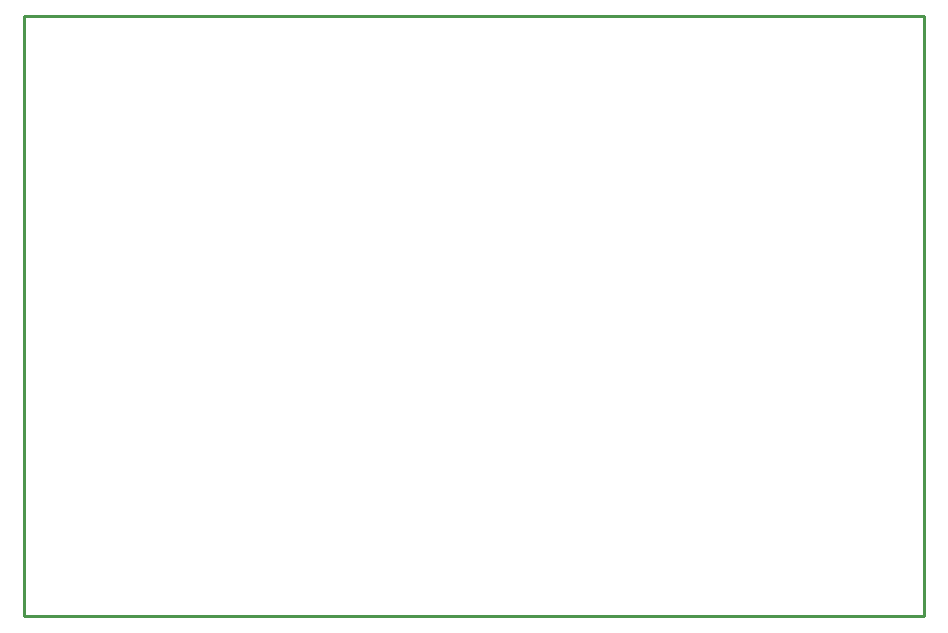
<source format=gbr>
G04 EAGLE Gerber RS-274X export*
G75*
%MOMM*%
%FSLAX34Y34*%
%LPD*%
%IN*%
%IPPOS*%
%AMOC8*
5,1,8,0,0,1.08239X$1,22.5*%
G01*
%ADD10C,0.254000*%


D10*
X0Y0D02*
X762000Y0D01*
X762000Y508000D01*
X0Y508000D01*
X0Y0D01*
M02*

</source>
